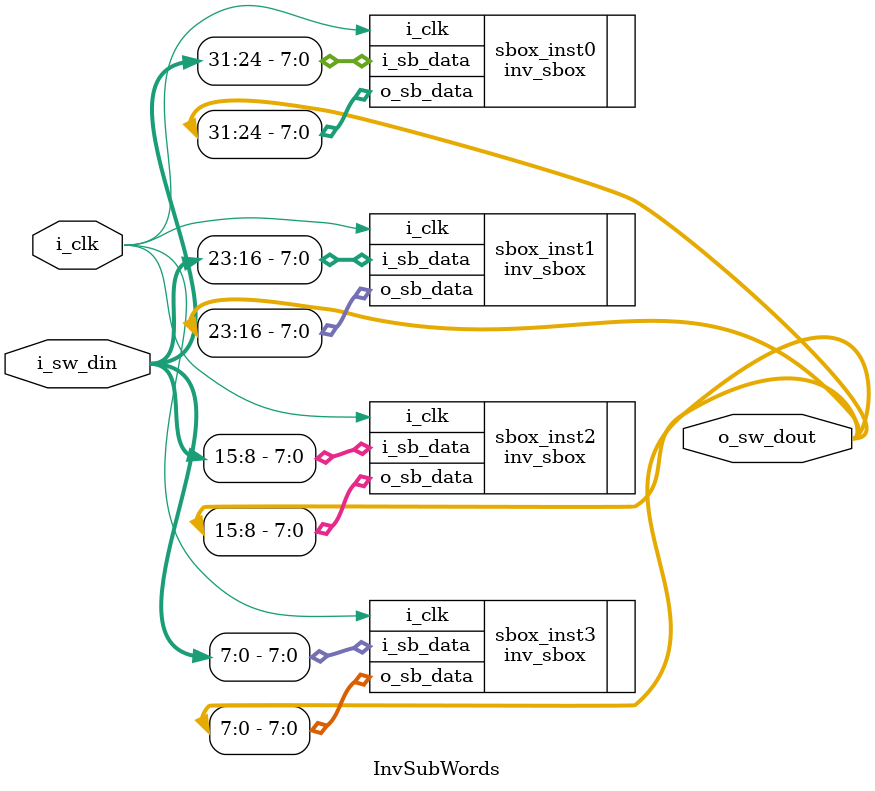
<source format=sv>
module SubBytes(
  input  logic         i_clk,
  input  logic [127:0] i_sb_din,
  output logic [127:0] o_sb_dout
);

SubWords SubWords_inst0(.i_sw_din(i_sb_din[127:96]),.i_clk(i_clk),.o_sw_dout(o_sb_dout[127:96]));
SubWords SubWords_inst1(.i_sw_din(i_sb_din[ 95:64]),.i_clk(i_clk),.o_sw_dout(o_sb_dout[ 95:64]));
SubWords SubWords_inst2(.i_sw_din(i_sb_din[ 63:32]),.i_clk(i_clk),.o_sw_dout(o_sb_dout[ 63:32]));
SubWords SubWords_inst3(.i_sw_din(i_sb_din[ 31: 0]),.i_clk(i_clk),.o_sw_dout(o_sb_dout[ 31: 0]));


endmodule

module SubWords(
  input  logic         i_clk,
  input  logic [31:0] i_sw_din,
  output logic [31:0] o_sw_dout
);

sbox sbox_inst0(.i_sb_data(i_sw_din[ 31: 24]),.i_clk(i_clk),.o_sb_data(o_sw_dout[ 31: 24]));
sbox sbox_inst1(.i_sb_data(i_sw_din[ 23: 16]),.i_clk(i_clk),.o_sb_data(o_sw_dout[ 23: 16]));
sbox sbox_inst2(.i_sb_data(i_sw_din[ 15:  8]),.i_clk(i_clk),.o_sb_data(o_sw_dout[ 15:  8]));
sbox sbox_inst3(.i_sb_data(i_sw_din[  7:  0]),.i_clk(i_clk),.o_sb_data(o_sw_dout[  7:  0]));

endmodule

module InvSubBytes(
  input  logic         i_clk,
  input  logic [127:0] i_sb_din,
  output logic [127:0] o_sb_dout
);

InvSubWords SubWords_inst0(.i_sw_din(i_sb_din[127:96]),.i_clk(i_clk),.o_sw_dout(o_sb_dout[127:96]));
InvSubWords SubWords_inst1(.i_sw_din(i_sb_din[ 95:64]),.i_clk(i_clk),.o_sw_dout(o_sb_dout[ 95:64]));
InvSubWords SubWords_inst2(.i_sw_din(i_sb_din[ 63:32]),.i_clk(i_clk),.o_sw_dout(o_sb_dout[ 63:32]));
InvSubWords SubWords_inst3(.i_sw_din(i_sb_din[ 31: 0]),.i_clk(i_clk),.o_sw_dout(o_sb_dout[ 31: 0]));


endmodule

module InvSubWords(
  input  logic         i_clk,
  input  logic [31:0] i_sw_din,
  output logic [31:0] o_sw_dout
);

inv_sbox sbox_inst0(.i_sb_data(i_sw_din[ 31: 24]),.i_clk(i_clk),.o_sb_data(o_sw_dout[ 31: 24]));
inv_sbox sbox_inst1(.i_sb_data(i_sw_din[ 23: 16]),.i_clk(i_clk),.o_sb_data(o_sw_dout[ 23: 16]));
inv_sbox sbox_inst2(.i_sb_data(i_sw_din[ 15:  8]),.i_clk(i_clk),.o_sb_data(o_sw_dout[ 15:  8]));
inv_sbox sbox_inst3(.i_sb_data(i_sw_din[  7:  0]),.i_clk(i_clk),.o_sb_data(o_sw_dout[  7:  0]));

endmodule
</source>
